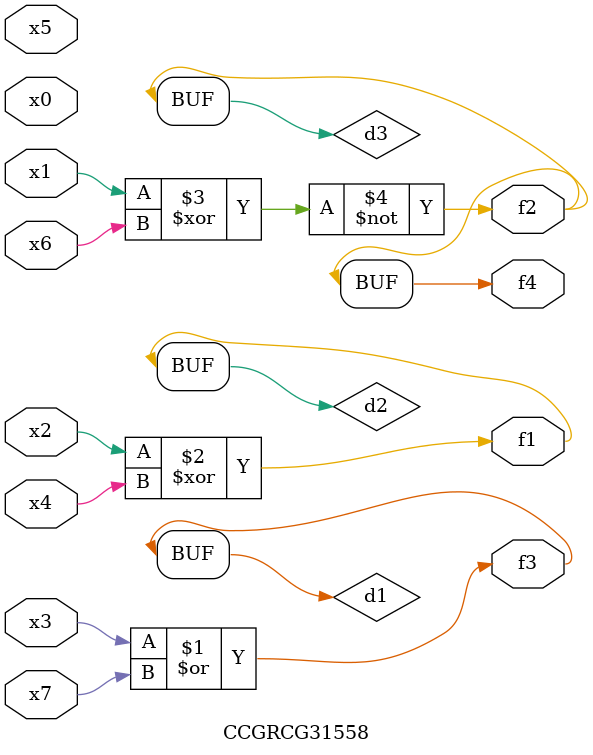
<source format=v>
module CCGRCG31558(
	input x0, x1, x2, x3, x4, x5, x6, x7,
	output f1, f2, f3, f4
);

	wire d1, d2, d3;

	or (d1, x3, x7);
	xor (d2, x2, x4);
	xnor (d3, x1, x6);
	assign f1 = d2;
	assign f2 = d3;
	assign f3 = d1;
	assign f4 = d3;
endmodule

</source>
